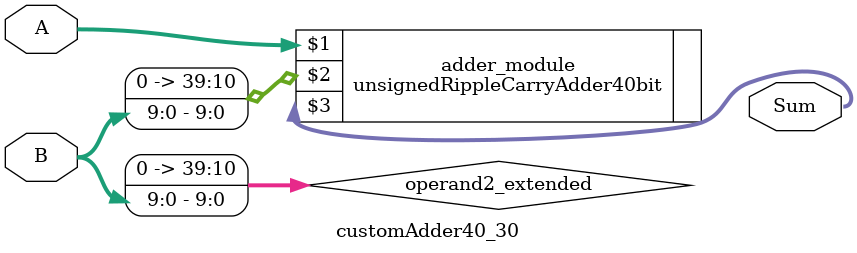
<source format=v>
module customAdder40_30(
                        input [39 : 0] A,
                        input [9 : 0] B,
                        
                        output [40 : 0] Sum
                );

        wire [39 : 0] operand2_extended;
        
        assign operand2_extended =  {30'b0, B};
        
        unsignedRippleCarryAdder40bit adder_module(
            A,
            operand2_extended,
            Sum
        );
        
        endmodule
        
</source>
